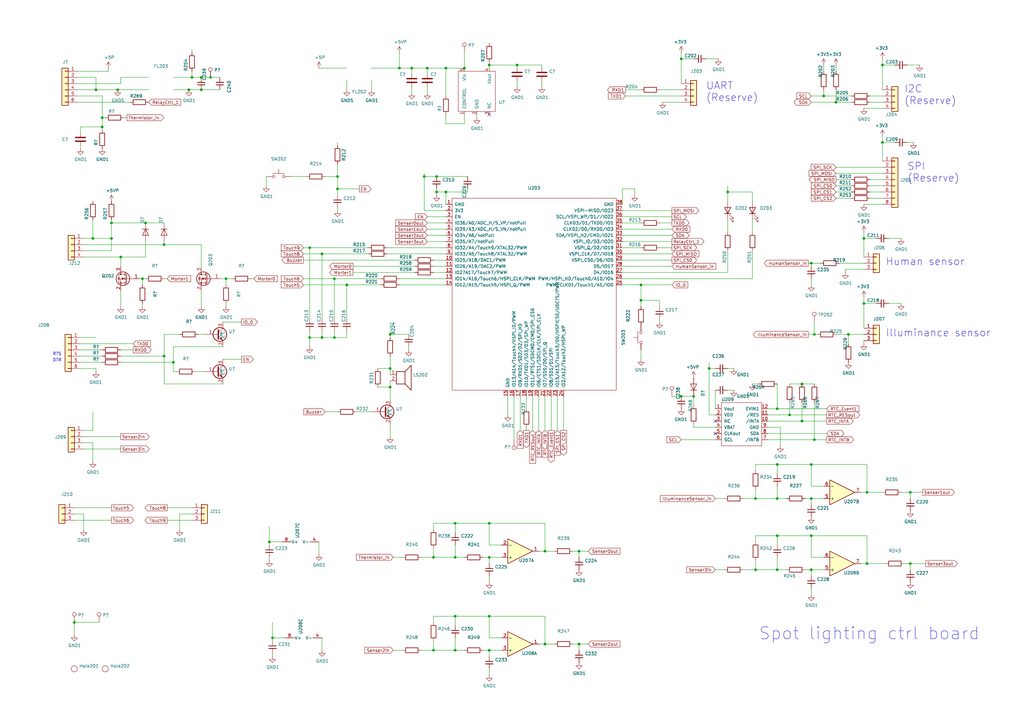
<source format=kicad_sch>
(kicad_sch (version 20211123) (generator eeschema)
  (paper "A3")
  (junction (at 355.6 231.14))
  (junction (at 262.89 116.84))
  (junction (at 332.74 233.68))
  (junction (at 168.91 27.94))
  (junction (at 160.02 137.16))
  (junction (at 39.37 36.83))
  (junction (at 373.38 231.14))
  (junction (at 200.66 214.63))
  (junction (at 355.6 201.93))
  (junction (at 334.01 137.16))
  (junction (at 132.08 104.14))
  (junction (at 179.07 78.74))
  (junction (at 200.66 228.6))
  (junction (at 284.48 162.56))
  (junction (at 318.77 219.71))
  (junction (at 328.93 157.48))
  (junction (at 200.66 266.7))
  (junction (at 177.8 266.7))
  (junction (at 38.1 97.79))
  (junction (at 163.83 27.94))
  (junction (at 318.77 233.68))
  (junction (at 354.33 124.46))
  (junction (at 77.47 36.83))
  (junction (at 67.31 100.33))
  (junction (at 142.24 116.84))
  (junction (at 332.74 190.5))
  (junction (at 318.77 204.47))
  (junction (at 160.02 158.75))
  (junction (at 41.91 52.07))
  (junction (at 318.77 190.5))
  (junction (at 111.76 261.62))
  (junction (at 86.36 31.75))
  (junction (at 237.49 226.06))
  (junction (at 58.42 114.3))
  (junction (at 179.07 72.39))
  (junction (at 337.82 39.37))
  (junction (at 332.74 219.71))
  (junction (at 182.88 27.94))
  (junction (at 318.77 167.64))
  (junction (at 41.91 48.26))
  (junction (at 82.55 36.83))
  (junction (at 290.83 151.13))
  (junction (at 186.69 252.73))
  (junction (at 173.99 72.39))
  (junction (at 323.85 170.18))
  (junction (at 186.69 214.63))
  (junction (at 262.89 123.19))
  (junction (at 175.26 27.94))
  (junction (at 223.52 264.16))
  (junction (at 334.01 180.34))
  (junction (at 127 101.6))
  (junction (at 48.26 36.83))
  (junction (at 182.88 78.74))
  (junction (at 160.02 151.13))
  (junction (at 92.71 114.3))
  (junction (at 354.33 97.79))
  (junction (at 45.72 97.79))
  (junction (at 309.88 233.68))
  (junction (at 49.53 105.41))
  (junction (at 298.45 78.74))
  (junction (at 200.66 26.67))
  (junction (at 212.09 26.67))
  (junction (at 30.48 255.27))
  (junction (at 186.69 228.6))
  (junction (at 347.98 137.16))
  (junction (at 279.4 24.13))
  (junction (at 45.72 91.44))
  (junction (at 67.31 146.05))
  (junction (at 373.38 201.93))
  (junction (at 59.69 91.44))
  (junction (at 137.16 114.3))
  (junction (at 332.74 107.95))
  (junction (at 71.12 148.59))
  (junction (at 132.08 138.43))
  (junction (at 332.74 204.47))
  (junction (at 200.66 252.73))
  (junction (at 78.74 31.75))
  (junction (at 342.9 41.91))
  (junction (at 186.69 266.7))
  (junction (at 309.88 204.47))
  (junction (at 110.49 222.25))
  (junction (at 138.43 77.47))
  (junction (at 223.52 226.06))
  (junction (at 177.8 228.6))
  (junction (at 137.16 138.43))
  (junction (at 237.49 264.16))
  (junction (at 361.95 58.42))
  (junction (at 138.43 72.39))
  (junction (at 82.55 31.75))
  (junction (at 328.93 172.72))
  (junction (at 127 138.43))
  (junction (at 190.5 27.94))
  (junction (at 279.4 162.56))
  (junction (at 361.95 26.67))
  (no_connect (at 293.37 172.72))
  (no_connect (at 200.66 46.99))
  (no_connect (at 293.37 177.8))
  (wire (pts (xy 275.59 104.14) (xy 255.27 104.14)))
  (wire (pts (xy 200.66 27.94) (xy 200.66 26.67)))
  (wire (pts (xy 355.6 231.14) (xy 363.22 231.14)))
  (wire (pts (xy 111.76 261.62) (xy 116.84 261.62)))
  (wire (pts (xy 179.07 80.01) (xy 179.07 78.74)))
  (wire (pts (xy 177.8 109.22) (xy 182.88 109.22)))
  (wire (pts (xy 255.27 77.47) (xy 260.35 77.47)))
  (wire (pts (xy 186.69 261.62) (xy 186.69 266.7)))
  (wire (pts (xy 124.46 114.3) (xy 137.16 114.3)))
  (wire (pts (xy 200.66 26.67) (xy 200.66 25.4)))
  (wire (pts (xy 198.12 228.6) (xy 200.66 228.6)))
  (wire (pts (xy 132.08 135.89) (xy 132.08 138.43)))
  (wire (pts (xy 332.74 207.01) (xy 332.74 204.47)))
  (wire (pts (xy 173.99 72.39) (xy 173.99 86.36)))
  (wire (pts (xy 167.64 137.16) (xy 160.02 137.16)))
  (wire (pts (xy 186.69 228.6) (xy 190.5 228.6)))
  (wire (pts (xy 354.33 97.79) (xy 354.33 105.41)))
  (wire (pts (xy 177.8 217.17) (xy 177.8 214.63)))
  (wire (pts (xy 373.38 231.14) (xy 379.73 231.14)))
  (wire (pts (xy 160.02 132.08) (xy 160.02 137.16)))
  (wire (pts (xy 309.88 233.68) (xy 318.77 233.68)))
  (wire (pts (xy 200.66 266.7) (xy 205.74 266.7)))
  (wire (pts (xy 270.51 125.73) (xy 270.51 123.19)))
  (wire (pts (xy 339.09 177.8) (xy 314.96 177.8)))
  (wire (pts (xy 198.12 266.7) (xy 200.66 266.7)))
  (wire (pts (xy 354.33 83.82) (xy 361.95 83.82)))
  (wire (pts (xy 59.69 114.3) (xy 58.42 114.3)))
  (wire (pts (xy 31.75 36.83) (xy 39.37 36.83)))
  (wire (pts (xy 349.25 39.37) (xy 337.82 39.37)))
  (wire (pts (xy 137.16 130.81) (xy 137.16 114.3)))
  (wire (pts (xy 175.26 99.06) (xy 182.88 99.06)))
  (wire (pts (xy 127 138.43) (xy 132.08 138.43)))
  (wire (pts (xy 167.64 143.51) (xy 167.64 142.24)))
  (wire (pts (xy 45.72 213.36) (xy 30.48 213.36)))
  (wire (pts (xy 337.82 39.37) (xy 332.74 39.37)))
  (wire (pts (xy 58.42 116.84) (xy 58.42 114.3)))
  (wire (pts (xy 142.24 36.83) (xy 142.24 33.02)))
  (wire (pts (xy 99.06 147.32) (xy 91.44 147.32)))
  (wire (pts (xy 314.96 172.72) (xy 328.93 172.72)))
  (wire (pts (xy 49.53 179.07) (xy 34.29 179.07)))
  (wire (pts (xy 262.89 147.32) (xy 262.89 143.51)))
  (wire (pts (xy 127 138.43) (xy 127 142.24)))
  (wire (pts (xy 163.83 116.84) (xy 182.88 116.84)))
  (wire (pts (xy 337.82 199.39) (xy 332.74 199.39)))
  (wire (pts (xy 234.95 264.16) (xy 237.49 264.16)))
  (wire (pts (xy 200.66 269.24) (xy 200.66 266.7)))
  (wire (pts (xy 31.75 41.91) (xy 53.34 41.91)))
  (wire (pts (xy 49.53 125.73) (xy 49.53 119.38)))
  (wire (pts (xy 138.43 77.47) (xy 147.32 77.47)))
  (wire (pts (xy 223.52 226.06) (xy 220.98 226.06)))
  (wire (pts (xy 332.74 190.5) (xy 355.6 190.5)))
  (wire (pts (xy 158.75 104.14) (xy 182.88 104.14)))
  (wire (pts (xy 78.74 31.75) (xy 71.12 31.75)))
  (wire (pts (xy 78.74 213.36) (xy 68.58 213.36)))
  (wire (pts (xy 111.76 255.27) (xy 111.76 261.62)))
  (wire (pts (xy 354.33 124.46) (xy 354.33 134.62)))
  (wire (pts (xy 334.01 180.34) (xy 339.09 180.34)))
  (wire (pts (xy 332.74 204.47) (xy 337.82 204.47)))
  (wire (pts (xy 309.88 193.04) (xy 309.88 190.5)))
  (wire (pts (xy 308.61 157.48) (xy 311.15 157.48)))
  (wire (pts (xy 137.16 138.43) (xy 142.24 138.43)))
  (wire (pts (xy 308.61 78.74) (xy 298.45 78.74)))
  (wire (pts (xy 349.25 76.2) (xy 342.9 76.2)))
  (wire (pts (xy 30.48 210.82) (xy 34.29 210.82)))
  (wire (pts (xy 49.53 143.51) (xy 54.61 143.51)))
  (wire (pts (xy 320.04 175.26) (xy 314.96 175.26)))
  (wire (pts (xy 262.89 36.83) (xy 256.54 36.83)))
  (wire (pts (xy 33.02 54.61) (xy 33.02 52.07)))
  (wire (pts (xy 133.35 72.39) (xy 138.43 72.39)))
  (wire (pts (xy 175.26 30.48) (xy 175.26 27.94)))
  (wire (pts (xy 59.69 99.06) (xy 59.69 105.41)))
  (wire (pts (xy 177.8 224.79) (xy 177.8 228.6)))
  (wire (pts (xy 33.02 151.13) (xy 39.37 151.13)))
  (wire (pts (xy 160.02 179.07) (xy 160.02 173.99)))
  (wire (pts (xy 73.66 210.82) (xy 73.66 217.17)))
  (wire (pts (xy 127 101.6) (xy 124.46 101.6)))
  (wire (pts (xy 373.38 204.47) (xy 373.38 201.93)))
  (wire (pts (xy 124.46 116.84) (xy 142.24 116.84)))
  (wire (pts (xy 109.22 72.39) (xy 109.22 76.2)))
  (wire (pts (xy 175.26 93.98) (xy 182.88 93.98)))
  (wire (pts (xy 175.26 35.56) (xy 175.26 38.1)))
  (wire (pts (xy 175.26 96.52) (xy 182.88 96.52)))
  (wire (pts (xy 262.89 116.84) (xy 275.59 116.84)))
  (wire (pts (xy 293.37 151.13) (xy 290.83 151.13)))
  (wire (pts (xy 200.66 228.6) (xy 205.74 228.6)))
  (wire (pts (xy 190.5 27.94) (xy 182.88 27.94)))
  (wire (pts (xy 45.72 102.87) (xy 45.72 97.79)))
  (wire (pts (xy 347.98 137.16) (xy 354.33 137.16)))
  (wire (pts (xy 190.5 50.8) (xy 190.5 46.99)))
  (wire (pts (xy 342.9 41.91) (xy 332.74 41.91)))
  (wire (pts (xy 82.55 125.73) (xy 82.55 119.38)))
  (wire (pts (xy 142.24 130.81) (xy 142.24 116.84)))
  (wire (pts (xy 309.88 200.66) (xy 309.88 204.47)))
  (wire (pts (xy 200.66 261.62) (xy 200.66 252.73)))
  (wire (pts (xy 300.99 160.02) (xy 298.45 160.02)))
  (wire (pts (xy 161.29 266.7) (xy 165.1 266.7)))
  (wire (pts (xy 45.72 91.44) (xy 45.72 97.79)))
  (wire (pts (xy 354.33 139.7) (xy 354.33 140.97)))
  (wire (pts (xy 38.1 90.17) (xy 38.1 97.79)))
  (wire (pts (xy 297.18 233.68) (xy 293.37 233.68)))
  (wire (pts (xy 284.48 24.13) (xy 279.4 24.13)))
  (wire (pts (xy 334.01 165.1) (xy 334.01 180.34)))
  (wire (pts (xy 95.25 114.3) (xy 92.71 114.3)))
  (wire (pts (xy 361.95 24.13) (xy 361.95 26.67)))
  (wire (pts (xy 154.94 158.75) (xy 160.02 158.75)))
  (wire (pts (xy 77.47 36.83) (xy 71.12 36.83)))
  (wire (pts (xy 314.96 167.64) (xy 318.77 167.64)))
  (wire (pts (xy 58.42 114.3) (xy 57.15 114.3)))
  (wire (pts (xy 237.49 228.6) (xy 237.49 226.06)))
  (wire (pts (xy 205.74 261.62) (xy 200.66 261.62)))
  (wire (pts (xy 132.08 266.7) (xy 132.08 261.62)))
  (wire (pts (xy 332.74 219.71) (xy 355.6 219.71)))
  (wire (pts (xy 165.1 228.6) (xy 161.29 228.6)))
  (wire (pts (xy 223.52 226.06) (xy 227.33 226.06)))
  (wire (pts (xy 31.75 31.75) (xy 39.37 31.75)))
  (wire (pts (xy 138.43 86.36) (xy 138.43 85.09)))
  (wire (pts (xy 237.49 266.7) (xy 237.49 264.16)))
  (wire (pts (xy 220.98 162.56) (xy 220.98 176.53)))
  (wire (pts (xy 270.51 132.08) (xy 270.51 130.81)))
  (wire (pts (xy 34.29 176.53) (xy 38.1 176.53)))
  (wire (pts (xy 354.33 44.45) (xy 361.95 44.45)))
  (wire (pts (xy 294.64 24.13) (xy 289.56 24.13)))
  (wire (pts (xy 39.37 31.75) (xy 39.37 36.83)))
  (wire (pts (xy 213.36 176.53) (xy 213.36 162.56)))
  (wire (pts (xy 200.66 223.52) (xy 200.66 214.63)))
  (wire (pts (xy 186.69 218.44) (xy 186.69 214.63)))
  (wire (pts (xy 82.55 36.83) (xy 90.17 36.83)))
  (wire (pts (xy 318.77 190.5) (xy 332.74 190.5)))
  (wire (pts (xy 163.83 27.94) (xy 152.4 27.94)))
  (wire (pts (xy 67.31 137.16) (xy 73.66 137.16)))
  (wire (pts (xy 39.37 151.13) (xy 39.37 152.4)))
  (wire (pts (xy 33.02 140.97) (xy 54.61 140.97)))
  (wire (pts (xy 177.8 228.6) (xy 186.69 228.6)))
  (wire (pts (xy 298.45 95.25) (xy 298.45 90.17)))
  (wire (pts (xy 369.57 97.79) (xy 364.49 97.79)))
  (wire (pts (xy 323.85 170.18) (xy 339.09 170.18)))
  (wire (pts (xy 342.9 78.74) (xy 349.25 78.74)))
  (wire (pts (xy 270.51 91.44) (xy 275.59 91.44)))
  (wire (pts (xy 284.48 162.56) (xy 284.48 166.37)))
  (wire (pts (xy 374.65 58.42) (xy 372.11 58.42)))
  (wire (pts (xy 309.88 229.87) (xy 309.88 233.68)))
  (wire (pts (xy 31.75 39.37) (xy 41.91 39.37)))
  (wire (pts (xy 177.8 262.89) (xy 177.8 266.7)))
  (wire (pts (xy 304.8 204.47) (xy 309.88 204.47)))
  (wire (pts (xy 318.77 223.52) (xy 318.77 219.71)))
  (wire (pts (xy 82.55 100.33) (xy 82.55 109.22)))
  (wire (pts (xy 160.02 153.67) (xy 160.02 151.13)))
  (wire (pts (xy 226.06 176.53) (xy 226.06 162.56)))
  (wire (pts (xy 160.02 137.16) (xy 160.02 138.43)))
  (wire (pts (xy 346.71 110.49) (xy 346.71 111.76)))
  (wire (pts (xy 332.74 243.84) (xy 332.74 241.3)))
  (wire (pts (xy 191.77 72.39) (xy 179.07 72.39)))
  (wire (pts (xy 111.76 262.89) (xy 111.76 261.62)))
  (wire (pts (xy 172.72 266.7) (xy 177.8 266.7)))
  (wire (pts (xy 215.9 175.26) (xy 215.9 176.53)))
  (wire (pts (xy 223.52 264.16) (xy 227.33 264.16)))
  (wire (pts (xy 361.95 26.67) (xy 361.95 36.83)))
  (wire (pts (xy 349.25 73.66) (xy 342.9 73.66)))
  (wire (pts (xy 41.91 52.07) (xy 41.91 53.34)))
  (wire (pts (xy 83.82 137.16) (xy 81.28 137.16)))
  (wire (pts (xy 71.12 152.4) (xy 72.39 152.4)))
  (wire (pts (xy 177.8 266.7) (xy 186.69 266.7)))
  (wire (pts (xy 337.82 29.21) (xy 337.82 26.67)))
  (wire (pts (xy 39.37 36.83) (xy 48.26 36.83)))
  (wire (pts (xy 314.96 180.34) (xy 334.01 180.34)))
  (wire (pts (xy 110.49 222.25) (xy 115.57 222.25)))
  (wire (pts (xy 332.74 199.39) (xy 332.74 190.5)))
  (wire (pts (xy 124.46 106.68) (xy 170.18 106.68)))
  (wire (pts (xy 182.88 83.82) (xy 182.88 78.74)))
  (wire (pts (xy 354.33 121.92) (xy 354.33 124.46)))
  (wire (pts (xy 41.91 48.26) (xy 43.18 48.26)))
  (wire (pts (xy 59.69 105.41) (xy 49.53 105.41)))
  (wire (pts (xy 275.59 162.56) (xy 279.4 162.56)))
  (wire (pts (xy 284.48 173.99) (xy 284.48 175.26)))
  (wire (pts (xy 304.8 233.68) (xy 309.88 233.68)))
  (wire (pts (xy 222.25 27.94) (xy 222.25 26.67)))
  (wire (pts (xy 223.52 264.16) (xy 220.98 264.16)))
  (wire (pts (xy 279.4 36.83) (xy 270.51 36.83)))
  (wire (pts (xy 293.37 160.02) (xy 293.37 167.64)))
  (wire (pts (xy 163.83 21.59) (xy 163.83 27.94)))
  (wire (pts (xy 293.37 204.47) (xy 297.18 204.47)))
  (wire (pts (xy 92.71 125.73) (xy 92.71 124.46)))
  (wire (pts (xy 182.88 50.8) (xy 190.5 50.8)))
  (wire (pts (xy 168.91 30.48) (xy 168.91 27.94)))
  (wire (pts (xy 30.48 260.35) (xy 30.48 255.27)))
  (wire (pts (xy 354.33 110.49) (xy 346.71 110.49)))
  (wire (pts (xy 262.89 101.6) (xy 255.27 101.6)))
  (wire (pts (xy 309.88 222.25) (xy 309.88 219.71)))
  (wire (pts (xy 45.72 90.17) (xy 45.72 91.44)))
  (wire (pts (xy 68.58 208.28) (xy 78.74 208.28)))
  (wire (pts (xy 168.91 27.94) (xy 175.26 27.94)))
  (wire (pts (xy 173.99 86.36) (xy 182.88 86.36)))
  (wire (pts (xy 355.6 231.14) (xy 353.06 231.14)))
  (wire (pts (xy 179.07 77.47) (xy 179.07 78.74)))
  (wire (pts (xy 186.69 266.7) (xy 190.5 266.7)))
  (wire (pts (xy 119.38 72.39) (xy 125.73 72.39)))
  (wire (pts (xy 208.28 170.18) (xy 208.28 162.56)))
  (wire (pts (xy 83.82 152.4) (xy 80.01 152.4)))
  (wire (pts (xy 308.61 82.55) (xy 308.61 78.74)))
  (wire (pts (xy 133.35 168.91) (xy 138.43 168.91)))
  (wire (pts (xy 34.29 105.41) (xy 49.53 105.41)))
  (wire (pts (xy 223.52 214.63) (xy 223.52 226.06)))
  (wire (pts (xy 275.59 86.36) (xy 255.27 86.36)))
  (wire (pts (xy 191.77 77.47) (xy 191.77 78.74)))
  (wire (pts (xy 30.48 208.28) (xy 45.72 208.28)))
  (wire (pts (xy 154.94 151.13) (xy 160.02 151.13)))
  (wire (pts (xy 373.38 233.68) (xy 373.38 231.14)))
  (wire (pts (xy 255.27 88.9) (xy 275.59 88.9)))
  (wire (pts (xy 342.9 26.67) (xy 342.9 29.21)))
  (wire (pts (xy 361.95 71.12) (xy 342.9 71.12)))
  (wire (pts (xy 67.31 100.33) (xy 82.55 100.33)))
  (wire (pts (xy 111.76 269.24) (xy 111.76 267.97)))
  (wire (pts (xy 255.27 83.82) (xy 255.27 77.47)))
  (wire (pts (xy 369.57 124.46) (xy 364.49 124.46)))
  (wire (pts (xy 132.08 104.14) (xy 151.13 104.14)))
  (wire (pts (xy 91.44 132.08) (xy 99.06 132.08)))
  (wire (pts (xy 318.77 194.31) (xy 318.77 190.5)))
  (wire (pts (xy 328.93 165.1) (xy 328.93 172.72)))
  (wire (pts (xy 67.31 157.48) (xy 67.31 146.05)))
  (wire (pts (xy 48.26 36.83) (xy 60.96 36.83)))
  (wire (pts (xy 373.38 201.93) (xy 378.46 201.93)))
  (wire (pts (xy 237.49 226.06) (xy 241.3 226.06)))
  (wire (pts (xy 284.48 175.26) (xy 293.37 175.26)))
  (wire (pts (xy 102.87 114.3) (xy 104.14 114.3)))
  (wire (pts (xy 331.47 137.16) (xy 334.01 137.16)))
  (wire (pts (xy 33.02 138.43) (xy 39.37 138.43)))
  (wire (pts (xy 130.81 27.94) (xy 142.24 27.94)))
  (wire (pts (xy 160.02 156.21) (xy 160.02 158.75)))
  (wire (pts (xy 260.35 77.47) (xy 260.35 80.01)))
  (wire (pts (xy 110.49 223.52) (xy 110.49 222.25)))
  (wire (pts (xy 318.77 167.64) (xy 339.09 167.64)))
  (wire (pts (xy 323.85 165.1) (xy 323.85 170.18)))
  (wire (pts (xy 195.58 46.99) (xy 195.58 48.26)))
  (wire (pts (xy 137.16 114.3) (xy 156.21 114.3)))
  (wire (pts (xy 173.99 71.12) (xy 173.99 72.39)))
  (wire (pts (xy 175.26 91.44) (xy 182.88 91.44)))
  (wire (pts (xy 361.95 55.88) (xy 361.95 58.42)))
  (wire (pts (xy 186.69 256.54) (xy 186.69 252.73)))
  (wire (pts (xy 279.4 24.13) (xy 279.4 34.29)))
  (wire (pts (xy 40.64 255.27) (xy 30.48 255.27)))
  (wire (pts (xy 137.16 135.89) (xy 137.16 138.43)))
  (wire (pts (xy 334.01 157.48) (xy 328.93 157.48)))
  (wire (pts (xy 332.74 107.95) (xy 331.47 107.95)))
  (wire (pts (xy 190.5 21.59) (xy 190.5 27.94)))
  (wire (pts (xy 355.6 219.71) (xy 355.6 231.14)))
  (wire (pts (xy 293.37 180.34) (xy 279.4 180.34)))
  (wire (pts (xy 182.88 78.74) (xy 179.07 78.74)))
  (wire (pts (xy 77.47 36.83) (xy 82.55 36.83)))
  (wire (pts (xy 49.53 148.59) (xy 71.12 148.59)))
  (wire (pts (xy 177.8 106.68) (xy 182.88 106.68)))
  (wire (pts (xy 336.55 107.95) (xy 332.74 107.95)))
  (wire (pts (xy 218.44 162.56) (xy 218.44 176.53)))
  (wire (pts (xy 86.36 31.75) (xy 82.55 31.75)))
  (wire (pts (xy 290.83 148.59) (xy 290.83 151.13)))
  (wire (pts (xy 359.41 97.79) (xy 354.33 97.79)))
  (wire (pts (xy 31.75 34.29) (xy 49.53 34.29)))
  (wire (pts (xy 212.09 26.67) (xy 222.25 26.67)))
  (wire (pts (xy 361.95 78.74) (xy 356.87 78.74)))
  (wire (pts (xy 332.74 236.22) (xy 332.74 233.68)))
  (wire (pts (xy 377.19 26.67) (xy 372.11 26.67)))
  (wire (pts (xy 212.09 35.56) (xy 212.09 33.02)))
  (wire (pts (xy 355.6 201.93) (xy 353.06 201.93)))
  (wire (pts (xy 318.77 204.47) (xy 322.58 204.47)))
  (wire (pts (xy 41.91 39.37) (xy 41.91 48.26)))
  (wire (pts (xy 298.45 76.2) (xy 298.45 78.74)))
  (wire (pts (xy 38.1 181.61) (xy 38.1 189.23)))
  (wire (pts (xy 127 130.81) (xy 127 101.6)))
  (wire (pts (xy 262.89 123.19) (xy 262.89 125.73)))
  (wire (pts (xy 34.29 184.15) (xy 49.53 184.15)))
  (wire (pts (xy 262.89 116.84) (xy 262.89 123.19)))
  (wire (pts (xy 323.85 170.18) (xy 314.96 170.18)))
  (wire (pts (xy 354.33 107.95) (xy 344.17 107.95)))
  (wire (pts (xy 49.53 31.75) (xy 49.53 34.29)))
  (wire (pts (xy 160.02 151.13) (xy 160.02 146.05)))
  (wire (pts (xy 320.04 175.26) (xy 320.04 182.88)))
  (wire (pts (xy 298.45 102.87) (xy 298.45 111.76)))
  (wire (pts (xy 144.78 111.76) (xy 170.18 111.76)))
  (wire (pts (xy 92.71 116.84) (xy 92.71 114.3)))
  (wire (pts (xy 334.01 137.16) (xy 335.28 137.16)))
  (wire (pts (xy 275.59 96.52) (xy 255.27 96.52)))
  (wire (pts (xy 342.9 81.28) (xy 349.25 81.28)))
  (wire (pts (xy 182.88 101.6) (xy 158.75 101.6)))
  (wire (pts (xy 318.77 228.6) (xy 318.77 233.68)))
  (wire (pts (xy 49.53 105.41) (xy 49.53 109.22)))
  (wire (pts (xy 308.61 95.25) (xy 308.61 90.17)))
  (wire (pts (xy 332.74 109.22) (xy 332.74 107.95)))
  (wire (pts (xy 275.59 101.6) (xy 270.51 101.6)))
  (wire (pts (xy 200.66 214.63) (xy 223.52 214.63)))
  (wire (pts (xy 328.93 157.48) (xy 323.85 157.48)))
  (wire (pts (xy 234.95 226.06) (xy 237.49 226.06)))
  (wire (pts (xy 138.43 72.39) (xy 138.43 77.47)))
  (wire (pts (xy 318.77 219.71) (xy 332.74 219.71)))
  (wire (pts (xy 177.8 255.27) (xy 177.8 252.73)))
  (wire (pts (xy 328.93 172.72) (xy 339.09 172.72)))
  (wire (pts (xy 361.95 81.28) (xy 356.87 81.28)))
  (wire (pts (xy 138.43 58.42) (xy 138.43 59.69)))
  (wire (pts (xy 132.08 138.43) (xy 137.16 138.43)))
  (wire (pts (xy 330.2 204.47) (xy 332.74 204.47)))
  (wire (pts (xy 110.49 215.9) (xy 110.49 222.25)))
  (wire (pts (xy 200.66 276.86) (xy 200.66 274.32)))
  (wire (pts (xy 31.75 29.21) (xy 44.45 29.21)))
  (wire (pts (xy 33.02 148.59) (xy 41.91 148.59)))
  (wire (pts (xy 337.82 36.83) (xy 337.82 39.37)))
  (wire (pts (xy 163.83 114.3) (xy 182.88 114.3)))
  (wire (pts (xy 34.29 181.61) (xy 38.1 181.61)))
  (wire (pts (xy 33.02 60.96) (xy 33.02 59.69)))
  (wire (pts (xy 342.9 68.58) (xy 361.95 68.58)))
  (wire (pts (xy 298.45 78.74) (xy 298.45 82.55)))
  (wire (pts (xy 34.29 102.87) (xy 45.72 102.87)))
  (wire (pts (xy 279.4 39.37) (xy 256.54 39.37)))
  (wire (pts (xy 361.95 41.91) (xy 356.87 41.91)))
  (wire (pts (xy 110.49 229.87) (xy 110.49 228.6)))
  (wire (pts (xy 332.74 116.84) (xy 332.74 114.3)))
  (wire (pts (xy 67.31 146.05) (xy 67.31 137.16)))
  (wire (pts (xy 255.27 114.3) (xy 308.61 114.3)))
  (wire (pts (xy 186.69 223.52) (xy 186.69 228.6)))
  (wire (pts (xy 332.74 228.6) (xy 332.74 219.71)))
  (wire (pts (xy 177.8 214.63) (xy 186.69 214.63)))
  (wire (pts (xy 290.83 170.18) (xy 293.37 170.18)))
  (wire (pts (xy 132.08 104.14) (xy 124.46 104.14)))
  (wire (pts (xy 71.12 142.24) (xy 71.12 148.59)))
  (wire (pts (xy 200.66 231.14) (xy 200.66 228.6)))
  (wire (pts (xy 67.31 99.06) (xy 67.31 100.33)))
  (wire (pts (xy 361.95 39.37) (xy 356.87 39.37)))
  (wire (pts (xy 334.01 132.08) (xy 334.01 137.16)))
  (wire (pts (xy 318.77 157.48) (xy 318.77 167.64)))
  (wire (pts (xy 38.1 97.79) (xy 45.72 97.79)))
  (wire (pts (xy 78.74 210.82) (xy 73.66 210.82)))
  (wire (pts (xy 330.2 233.68) (xy 332.74 233.68)))
  (wire (pts (xy 92.71 114.3) (xy 90.17 114.3)))
  (wire (pts (xy 361.95 76.2) (xy 356.87 76.2)))
  (wire (pts (xy 255.27 93.98) (xy 275.59 93.98)))
  (wire (pts (xy 223.52 252.73) (xy 223.52 264.16)))
  (wire (pts (xy 369.57 201.93) (xy 373.38 201.93)))
  (wire (pts (xy 359.41 124.46) (xy 354.33 124.46)))
  (wire (pts (xy 34.29 210.82) (xy 34.29 217.17)))
  (wire (pts (xy 191.77 78.74) (xy 182.88 78.74)))
  (wire (pts (xy 318.77 233.68) (xy 322.58 233.68)))
  (wire (pts (xy 91.44 157.48) (xy 67.31 157.48)))
  (wire (pts (xy 142.24 116.84) (xy 156.21 116.84)))
  (wire (pts (xy 33.02 146.05) (xy 41.91 146.05)))
  (wire (pts (xy 275.59 99.06) (xy 255.27 99.06)))
  (wire (pts (xy 279.4 162.56) (xy 284.48 162.56)))
  (wire (pts (xy 49.53 31.75) (xy 60.96 31.75)))
  (wire (pts (xy 34.29 100.33) (xy 67.31 100.33)))
  (wire (pts (xy 151.13 101.6) (xy 127 101.6)))
  (wire (pts (xy 271.78 41.91) (xy 279.4 41.91)))
  (wire (pts (xy 138.43 67.31) (xy 138.43 72.39)))
  (wire (pts (xy 144.78 109.22) (xy 170.18 109.22)))
  (wire (pts (xy 172.72 228.6) (xy 177.8 228.6)))
  (wire (pts (xy 367.03 26.67) (xy 361.95 26.67)))
  (wire (pts (xy 182.88 39.37) (xy 182.88 27.94)))
  (wire (pts (xy 177.8 252.73) (xy 186.69 252.73)))
  (wire (pts (xy 49.53 146.05) (xy 67.31 146.05)))
  (wire (pts (xy 347.98 140.97) (xy 347.98 137.16)))
  (wire (pts (xy 275.59 109.22) (xy 255.27 109.22)))
  (wire (pts (xy 175.26 88.9) (xy 182.88 88.9)))
  (wire (pts (xy 90.17 31.75) (xy 86.36 31.75)))
  (wire (pts (xy 318.77 199.39) (xy 318.77 204.47)))
  (wire (pts (xy 231.14 162.56) (xy 231.14 176.53)))
  (wire (pts (xy 91.44 142.24) (xy 71.12 142.24)))
  (wire (pts (xy 68.58 114.3) (xy 67.31 114.3)))
  (wire (pts (xy 212.09 27.94) (xy 212.09 26.67)))
  (wire (pts (xy 142.24 138.43) (xy 142.24 135.89)))
  (wire (pts (xy 361.95 58.42) (xy 361.95 66.04)))
  (wire (pts (xy 290.83 151.13) (xy 290.83 170.18)))
  (wire (pts (xy 200.66 26.67) (xy 212.09 26.67)))
  (wire (pts (xy 349.25 41.91) (xy 342.9 41.91)))
  (wire (pts (xy 255.27 116.84) (xy 262.89 116.84)))
  (wire (pts (xy 146.05 168.91) (xy 152.4 168.91)))
  (wire (pts (xy 186.69 214.63) (xy 200.66 214.63)))
  (wire (pts (xy 152.4 36.83) (xy 152.4 33.02)))
  (wire (pts (xy 361.95 73.66) (xy 356.87 73.66)))
  (wire (pts (xy 78.74 21.59) (xy 78.74 20.32)))
  (wire (pts (xy 370.84 231.14) (xy 373.38 231.14)))
  (wire (pts (xy 186.69 252.73) (xy 200.66 252.73)))
  (wire (pts (xy 354.33 95.25) (xy 354.33 97.79)))
  (wire (pts (xy 332.74 233.68) (xy 337.82 233.68)))
  (wire (pts (xy 38.1 176.53) (xy 38.1 168.91)))
  (wire (pts (xy 44.45 27.94) (xy 44.45 29.21)))
  (wire (pts (xy 58.42 125.73) (xy 58.42 124.46)))
  (wire (pts (xy 298.45 111.76) (xy 255.27 111.76)))
  (wire (pts (xy 38.1 97.79) (xy 34.29 97.79)))
  (wire (pts (xy 160.02 158.75) (xy 160.02 163.83)))
  (wire (pts (xy 205.74 223.52) (xy 200.66 223.52)))
  (wire (pts (xy 309.88 219.71) (xy 318.77 219.71)))
  (wire (pts (xy 175.26 27.94) (xy 182.88 27.94)))
  (wire (pts (xy 82.55 31.75) (xy 78.74 31.75)))
  (wire (pts (xy 342.9 36.83) (xy 342.9 41.91)))
  (wire (pts (xy 138.43 77.47) (xy 138.43 80.01)))
  (wire (pts (xy 33.02 143.51) (xy 41.91 143.51)))
  (wire (pts (xy 342.9 137.16) (xy 347.98 137.16)))
  (wire (pts (xy 355.6 190.5) (xy 355.6 201.93)))
  (wire (pts (xy 71.12 148.59) (xy 71.12 152.4)))
  (wire (pts (xy 59.69 91.44) (xy 45.72 91.44)))
  (wire (pts (xy 270.51 123.19) (xy 262.89 123.19)))
  (wire (pts (xy 228.6 176.53) (xy 228.6 162.56)))
  (wire (pts (xy 50.8 48.26) (xy 52.07 48.26)))
  (wire (pts (xy 255.27 91.44) (xy 262.89 91.44)))
  (wire (pts (xy 279.4 21.59) (xy 279.4 24.13)))
  (wire (pts (xy 237.49 264.16) (xy 241.3 264.16)))
  (wire (pts (xy 222.25 35.56) (xy 222.25 33.02)))
  (wire (pts (xy 33.02 52.07) (xy 41.91 52.07)))
  (wire (pts (xy 215.9 162.56) (xy 215.9 167.64)))
  (wire (pts (xy 41.91 48.26) (xy 41.91 52.07)))
  (wire (pts (xy 168.91 27.94) (xy 163.83 27.94)))
  (wire (pts (xy 200.66 252.73) (xy 223.52 252.73)))
  (wire (pts (xy 168.91 38.1) (xy 168.91 35.56)))
  (wire (pts (xy 67.31 91.44) (xy 59.69 91.44)))
  (wire (pts (xy 78.74 29.21) (xy 78.74 31.75)))
  (wire (pts (xy 130.81 227.33) (xy 130.81 222.25)))
  (wire (pts (xy 308.61 114.3) (xy 308.61 102.87)))
  (wire (pts (xy 200.66 238.76) (xy 200.66 236.22)))
  (wire (pts (xy 300.99 151.13) (xy 298.45 151.13)))
  (wire (pts (xy 223.52 176.53) (xy 223.52 162.56)))
  (wire (pts (xy 309.88 190.5) (xy 318.77 190.5)))
  (wire (pts (xy 210.82 180.34) (xy 210.82 162.56)))
  (wire (pts (xy 179.07 72.39) (xy 173.99 72.39)))
  (wire (pts (xy 355.6 201.93) (xy 361.95 201.93)))
  (wire (pts (xy 309.88 204.47) (xy 318.77 204.47)))
  (wire (pts (xy 367.03 58.42) (xy 361.95 58.42)))
  (wire (pts (xy 127 135.89) (xy 127 138.43)))
  (wire (pts (xy 132.08 130.81) (xy 132.08 104.14)))
  (wire (pts (xy 177.8 111.76) (xy 182.88 111.76)))
  (wire (pts (xy 275.59 106.68) (xy 255.27 106.68)))
  (wire (pts (xy 182.88 46.99) (xy 182.88 50.8)))
  (wire (pts (xy 337.82 228.6) (xy 332.74 228.6)))
  (text "DTR" (at 21.59 148.59 0) (effects (font (size 1.27 1.27)) (justify left bottom)))
  (text "SPI\n(Reserve)" (at 372.11 74.93 0) (effects (font (size 2.9972 2.9972)) (justify left bottom)))
  (text "UART\n(Reserve)" (at 289.56 41.91 0) (effects (font (size 2.9972 2.9972)) (justify left bottom)))
  (text "RTS" (at 21.59 146.05 0) (effects (font (size 1.27 1.27)) (justify left bottom)))
  (text "I2C\n(Reserve)" (at 370.84 43.18 0) (effects (font (size 2.9972 2.9972)) (justify left bottom)))
  (text "Spot lighting ctrl board" (at 311.15 262.89 0) (effects (font (size 5.0038 5.0038)) (justify left bottom)))
  (text "Illuminance sensor" (at 363.22 138.43 0) (effects (font (size 2.9972 2.9972)) (justify left bottom)))
  (text "Human sensor" (at 363.22 109.22 0) (effects (font (size 2.9972 2.9972)) (justify left bottom)))
  (global_label "RelayCtrl_1" (shape input) (at 60.96 41.91 0) (property "Intersheet References" "${INTERSHEET_REFS}" (effects hide)))
  (global_label "SDA" (shape bidirectional) (at 332.74 41.91 180) (property "Intersheet References" "${INTERSHEET_REFS}" (effects hide)))
  (global_label "Senser0out" (shape input) (at 175.26 91.44 180) (property "Intersheet References" "${INTERSHEET_REFS}" (effects hide)))
  (global_label "SPI_MOSI" (shape output) (at 275.59 86.36 0) (property "Intersheet References" "${INTERSHEET_REFS}" (effects hide)))
  (global_label "RXD1" (shape output) (at 256.54 36.83 180) (property "Intersheet References" "${INTERSHEET_REFS}" (effects hide)))
  (global_label "HumanSensor_in" (shape input) (at 275.59 109.22 0) (property "Intersheet References" "${INTERSHEET_REFS}" (effects hide)))
  (global_label "RTC_INTB" (shape output) (at 339.09 180.34 0) (property "Intersheet References" "${INTERSHEET_REFS}" (effects hide)))
  (global_label "SPI_CS0" (shape input) (at 342.9 76.2 180) (property "Intersheet References" "${INTERSHEET_REFS}" (effects hide)))
  (global_label "SPI_MISO" (shape output) (at 342.9 73.66 180) (property "Intersheet References" "${INTERSHEET_REFS}" (effects hide)))
  (global_label "EN" (shape output) (at 99.06 147.32 0) (property "Intersheet References" "${INTERSHEET_REFS}" (effects hide)))
  (global_label "SCL" (shape input) (at 332.74 39.37 180) (property "Intersheet References" "${INTERSHEET_REFS}" (effects hide)))
  (global_label "RTC_INTB" (shape input) (at 223.52 176.53 270) (property "Intersheet References" "${INTERSHEET_REFS}" (effects hide)))
  (global_label "Senser3in" (shape input) (at 293.37 233.68 180) (property "Intersheet References" "${INTERSHEET_REFS}" (effects hide)))
  (global_label "TXD0" (shape output) (at 275.59 91.44 0) (property "Intersheet References" "${INTERSHEET_REFS}" (effects hide)))
  (global_label "SCL" (shape output) (at 275.59 88.9 0) (property "Intersheet References" "${INTERSHEET_REFS}" (effects hide)))
  (global_label "SCL" (shape input) (at 279.4 180.34 180) (property "Intersheet References" "${INTERSHEET_REFS}" (effects hide)))
  (global_label "Touch8" (shape input) (at 124.46 104.14 180) (property "Intersheet References" "${INTERSHEET_REFS}" (effects hide)))
  (global_label "Buzzer" (shape output) (at 124.46 106.68 180) (property "Intersheet References" "${INTERSHEET_REFS}" (effects hide)))
  (global_label "SPI_SCK" (shape input) (at 342.9 68.58 180) (property "Intersheet References" "${INTERSHEET_REFS}" (effects hide)))
  (global_label "EN" (shape output) (at 147.32 77.47 0) (property "Intersheet References" "${INTERSHEET_REFS}" (effects hide)))
  (global_label "Touch9" (shape output) (at 68.58 213.36 180) (property "Intersheet References" "${INTERSHEET_REFS}" (effects hide)))
  (global_label "SPI_SCK" (shape output) (at 275.59 101.6 0) (property "Intersheet References" "${INTERSHEET_REFS}" (effects hide)))
  (global_label "Thermistor_in" (shape output) (at 52.07 48.26 0) (property "Intersheet References" "${INTERSHEET_REFS}" (effects hide)))
  (global_label "Morter1" (shape input) (at 68.58 114.3 0) (property "Intersheet References" "${INTERSHEET_REFS}" (effects hide)))
  (global_label "Morter0" (shape output) (at 144.78 109.22 180) (property "Intersheet References" "${INTERSHEET_REFS}" (effects hide)))
  (global_label "SPI_MOSI" (shape input) (at 342.9 71.12 180) (property "Intersheet References" "${INTERSHEET_REFS}" (effects hide)))
  (global_label "Senser2in" (shape output) (at 49.53 179.07 0) (property "Intersheet References" "${INTERSHEET_REFS}" (effects hide)))
  (global_label "Senser3out" (shape output) (at 379.73 231.14 0) (property "Intersheet References" "${INTERSHEET_REFS}" (effects hide)))
  (global_label "SPI_CS2" (shape output) (at 231.14 176.53 270) (property "Intersheet References" "${INTERSHEET_REFS}" (effects hide)))
  (global_label "RTC_RESout" (shape output) (at 339.09 170.18 0) (property "Intersheet References" "${INTERSHEET_REFS}" (effects hide)))
  (global_label "RTC_INTA" (shape output) (at 339.09 172.72 0) (property "Intersheet References" "${INTERSHEET_REFS}" (effects hide)))
  (global_label "SPI_CS0" (shape output) (at 275.59 106.68 0) (property "Intersheet References" "${INTERSHEET_REFS}" (effects hide)))
  (global_label "Touch6" (shape output) (at 45.72 213.36 0) (property "Intersheet References" "${INTERSHEET_REFS}" (effects hide)))
  (global_label "Touch8" (shape output) (at 68.58 208.28 180) (property "Intersheet References" "${INTERSHEET_REFS}" (effects hide)))
  (global_label "Touch6" (shape input) (at 124.46 114.3 180) (property "Intersheet References" "${INTERSHEET_REFS}" (effects hide)))
  (global_label "SDA" (shape bidirectional) (at 339.09 177.8 0) (property "Intersheet References" "${INTERSHEET_REFS}" (effects hide)))
  (global_label "SPI_CS1" (shape input) (at 342.9 78.74 180) (property "Intersheet References" "${INTERSHEET_REFS}" (effects hide)))
  (global_label "Senser2in" (shape input) (at 161.29 266.7 180) (property "Intersheet References" "${INTERSHEET_REFS}" (effects hide)))
  (global_label "SDA" (shape bidirectional) (at 275.59 96.52 0) (property "Intersheet References" "${INTERSHEET_REFS}" (effects hide)))
  (global_label "SPI_CS2" (shape input) (at 342.9 81.28 180) (property "Intersheet References" "${INTERSHEET_REFS}" (effects hide)))
  (global_label "SPI_MISO" (shape input) (at 275.59 104.14 0) (property "Intersheet References" "${INTERSHEET_REFS}" (effects hide)))
  (global_label "HumanSensor_in" (shape output) (at 331.47 107.95 180) (property "Intersheet References" "${INTERSHEET_REFS}" (effects hide)))
  (global_label "Senser3out" (shape input) (at 175.26 99.06 180) (property "Intersheet References" "${INTERSHEET_REFS}" (effects hide)))
  (global_label "Thermistor_in" (shape input) (at 161.29 228.6 180) (property "Intersheet References" "${INTERSHEET_REFS}" (effects hide)))
  (global_label "Morter0" (shape input) (at 104.14 114.3 0) (property "Intersheet References" "${INTERSHEET_REFS}" (effects hide)))
  (global_label "TXD0" (shape input) (at 54.61 140.97 0) (property "Intersheet References" "${INTERSHEET_REFS}" (effects hide)))
  (global_label "Senser1out" (shape output) (at 378.46 201.93 0) (property "Intersheet References" "${INTERSHEET_REFS}" (effects hide)))
  (global_label "RTC_Event1" (shape output) (at 226.06 176.53 270) (property "Intersheet References" "${INTERSHEET_REFS}" (effects hide)))
  (global_label "Senser1out" (shape input) (at 175.26 93.98 180) (property "Intersheet References" "${INTERSHEET_REFS}" (effects hide)))
  (global_label "TXD1" (shape input) (at 256.54 39.37 180) (property "Intersheet References" "${INTERSHEET_REFS}" (effects hide)))
  (global_label "Touch9" (shape input) (at 124.46 101.6 180) (property "Intersheet References" "${INTERSHEET_REFS}" (effects hide)))
  (global_label "IO_0" (shape output) (at 99.06 132.08 0) (property "Intersheet References" "${INTERSHEET_REFS}" (effects hide)))
  (global_label "IO_0" (shape input) (at 275.59 116.84 0) (property "Intersheet References" "${INTERSHEET_REFS}" (effects hide)))
  (global_label "Touch5" (shape output) (at 45.72 208.28 0) (property "Intersheet References" "${INTERSHEET_REFS}" (effects hide)))
  (global_label "TXD1" (shape output) (at 215.9 176.53 270) (property "Intersheet References" "${INTERSHEET_REFS}" (effects hide)))
  (global_label "Senser2out" (shape input) (at 175.26 96.52 180) (property "Intersheet References" "${INTERSHEET_REFS}" (effects hide)))
  (global_label "RXD1" (shape input) (at 213.36 176.53 270) (property "Intersheet References" "${INTERSHEET_REFS}" (effects hide)))
  (global_label "Buzzer" (shape input) (at 133.35 168.91 180) (property "Intersheet References" "${INTERSHEET_REFS}" (effects hide)))
  (global_label "RXD0" (shape output) (at 54.61 143.51 0) (property "Intersheet References" "${INTERSHEET_REFS}" (effects hide)))
  (global_label "RelayCtrl_1" (shape output) (at 275.59 99.06 0) (property "Intersheet References" "${INTERSHEET_REFS}" (effects hide)))
  (global_label "SPI_CS1" (shape input) (at 228.6 176.53 270) (property "Intersheet References" "${INTERSHEET_REFS}" (effects hide)))
  (global_label "Senser3in" (shape output) (at 49.53 184.15 0) (property "Intersheet References" "${INTERSHEET_REFS}" (effects hide)))
  (global_label "RTC_INTA" (shape input) (at 220.98 176.53 270) (property "Intersheet References" "${INTERSHEET_REFS}" (effects hide)))
  (global_label "EN" (shape input) (at 175.26 88.9 180) (property "Intersheet References" "${INTERSHEET_REFS}" (effects hide)))
  (global_label "RTC_RESout" (shape input) (at 218.44 176.53 270) (property "Intersheet References" "${INTERSHEET_REFS}" (effects hide)))
  (global_label "RXD0" (shape input) (at 275.59 93.98 0) (property "Intersheet References" "${INTERSHEET_REFS}" (effects hide)))
  (global_label "Touch5" (shape input) (at 124.46 116.84 180) (property "Intersheet References" "${INTERSHEET_REFS}" (effects hide)))
  (global_label "Morter1" (shape output) (at 144.78 111.76 180) (property "Intersheet References" "${INTERSHEET_REFS}" (effects hide)))
  (global_label "IlluminanceSensor_in" (shape output) (at 331.47 137.16 180) (property "Intersheet References" "${INTERSHEET_REFS}" (effects hide)))
  (global_label "Senser2out" (shape input) (at 241.3 264.16 0) (property "Intersheet References" "${INTERSHEET_REFS}" (effects hide)))
  (global_label "Senser0out" (shape input) (at 241.3 226.06 0) (property "Intersheet References" "${INTERSHEET_REFS}" (effects hide)))
  (global_label "RTC_Event1" (shape input) (at 339.09 167.64 0) (property "Intersheet References" "${INTERSHEET_REFS}" (effects hide)))
  (global_label "IlluminanceSensor_in" (shape input) (at 293.37 204.47 180) (property "Intersheet References" "${INTERSHEET_REFS}" (effects hide)))
  (symbol (lib_id "Device:R") (at 138.43 63.5 180) (unit 1)
    (property "Reference" "R212" (at 140.97 63.5 90))
  )
  (symbol (lib_id "Device:C_Small") (at 138.43 82.55 0) (unit 1)
    (property "Reference" "C212" (at 140.7668 81.3816 0) (effects (justify left)))
  )
  (symbol (lib_id "power:GND1") (at 138.43 86.36 0) (unit 1)
    (property "Reference" "#PWR0235" (effects hide))
  )
  (symbol (lib_id "spot-rescue:+3.3V-power") (at 138.43 58.42 0) (unit 1)
    (property "Reference" "#PWR0230" (effects hide))
  )
  (symbol (lib_id "spot-rescue:+3.3V-power") (at 173.99 71.12 0) (unit 1)
    (property "Reference" "#PWR0227" (effects hide))
  )
  (symbol (lib_id "power:GND1") (at 179.07 80.01 0) (unit 1)
    (property "Reference" "#PWR0229" (effects hide))
  )
  (symbol (lib_id "Device:C_Small") (at 179.07 74.93 0) (unit 1)
    (property "Reference" "C210" (at 181.4068 73.7616 0) (effects (justify left)))
  )
  (symbol (lib_id "Switch:SW_Push") (at 114.3 72.39 0) (unit 1)
    (property "Reference" "SW202" (at 114.3 65.151 0))
  )
  (symbol (lib_id "Device:R") (at 129.54 72.39 90) (unit 1)
    (property "Reference" "R214" (at 129.54 67.1322 90))
  )
  (symbol (lib_id "Switch:SW_Push") (at 262.89 138.43 90) (unit 1)
    (property "Reference" "SW203" (at 255.651 138.43 0))
  )
  (symbol (lib_id "power:GND1") (at 109.22 76.2 0) (unit 1)
    (property "Reference" "#PWR0233" (effects hide))
  )
  (symbol (lib_id "Device:R") (at 262.89 129.54 180) (unit 1)
    (property "Reference" "R222" (at 257.6322 129.54 90))
  )
  (symbol (lib_id "Amplifier_Operational:MCP6002-xSN") (at 213.36 226.06 0) (mirror x) (unit 1)
    (property "Reference" "U207" (at 215.9 229.87 0))
    (property "Datasheet" "http://ww1.microchip.com/downloads/en/DeviceDoc/21733j.pdf" (effects hide))
  )
  (symbol (lib_id "Amplifier_Operational:MCP6002-xSN") (at 345.44 201.93 0) (mirror x) (unit 2)
    (property "Reference" "U207" (at 349.25 205.74 0))
    (property "Datasheet" "http://ww1.microchip.com/downloads/en/DeviceDoc/21733j.pdf" (effects hide))
  )
  (symbol (lib_id "Amplifier_Operational:MCP6002-xSN") (at 123.19 219.71 90) (unit 3)
    (property "Reference" "U207" (at 122.0216 220.7768 0) (effects (justify left)))
    (property "Datasheet" "http://ww1.microchip.com/downloads/en/DeviceDoc/21733j.pdf" (effects hide))
  )
  (symbol (lib_id "spot-rescue:ESP32-WROOM-32-spot-spot-rescue") (at 204.47 110.49 0) (unit 1)
    (property "Reference" "U203" (at 219.075 77.089 0))
  )
  (symbol (lib_id "spot-rescue:+3.3V-power") (at 39.37 138.43 0) (mirror y) (unit 1)
    (property "Reference" "#PWR0241" (effects hide))
  )
  (symbol (lib_id "power:GND1") (at 39.37 152.4 0) (mirror y) (unit 1)
    (property "Reference" "#PWR0244" (effects hide))
  )
  (symbol (lib_id "Device:R") (at 194.31 228.6 90) (unit 1)
    (property "Reference" "R241" (at 194.31 223.3422 90))
  )
  (symbol (lib_id "Device:R") (at 168.91 228.6 90) (unit 1)
    (property "Reference" "R240" (at 168.91 223.3422 90))
  )
  (symbol (lib_id "Device:C_Small") (at 186.69 220.98 0) (unit 1)
    (property "Reference" "C222" (at 189.0268 219.8116 0) (effects (justify left)))
  )
  (symbol (lib_id "Device:C_Small") (at 200.66 233.68 0) (unit 1)
    (property "Reference" "C225" (at 202.9968 232.5116 0) (effects (justify left)))
  )
  (symbol (lib_id "power:GND1") (at 200.66 238.76 0) (unit 1)
    (property "Reference" "#PWR0258" (effects hide))
  )
  (symbol (lib_id "spot-rescue:2SC2712-Y-spot-spot-rescue") (at 91.44 139.7 0) (unit 1)
    (property "Reference" "U?" (at 93.7768 135.9916 0) (effects (justify left)))
  )
  (symbol (lib_id "Device:R") (at 177.8 220.98 0) (unit 1)
    (property "Reference" "R238" (at 179.578 219.8116 0) (effects (justify left)))
  )
  (symbol (lib_id "spot-rescue:2SC2712-Y-spot-spot-rescue") (at 91.44 154.94 0) (unit 1)
    (property "Reference" "U?" (at 93.7768 151.2316 0) (effects (justify left)))
  )
  (symbol (lib_id "Device:R") (at 76.2 152.4 270) (mirror x) (unit 1)
    (property "Reference" "R?" (at 76.2 147.1422 90))
  )
  (symbol (lib_id "Device:R") (at 77.47 137.16 270) (mirror x) (unit 1)
    (property "Reference" "R?" (at 77.47 131.9022 90))
  )
  (symbol (lib_id "Device:R") (at 326.39 204.47 90) (unit 1)
    (property "Reference" "R237" (at 326.39 199.2122 90))
  )
  (symbol (lib_id "Device:R") (at 300.99 204.47 90) (unit 1)
    (property "Reference" "R236" (at 300.99 199.2122 90))
  )
  (symbol (lib_id "Device:C_Small") (at 318.77 196.85 0) (unit 1)
    (property "Reference" "C219" (at 321.1068 195.6816 0) (effects (justify left)))
  )
  (symbol (lib_id "Device:C_Small") (at 332.74 209.55 0) (unit 1)
    (property "Reference" "C221" (at 335.0768 208.3816 0) (effects (justify left)))
  )
  (symbol (lib_id "power:GND1") (at 332.74 212.09 0) (unit 1)
    (property "Reference" "#PWR0252" (effects hide))
  )
  (symbol (lib_id "Device:R") (at 309.88 196.85 0) (unit 1)
    (property "Reference" "R234" (at 311.658 195.6816 0) (effects (justify left)))
  )
  (symbol (lib_id "spot-rescue:+3.3V-power") (at 110.49 215.9 0) (unit 1)
    (property "Reference" "#PWR0251" (effects hide))
  )
  (symbol (lib_id "power:GND1") (at 110.49 229.87 0) (unit 1)
    (property "Reference" "#PWR0256" (effects hide))
  )
  (symbol (lib_id "power:GND1") (at 130.81 227.33 0) (unit 1)
    (property "Reference" "#PWR0253" (effects hide))
  )
  (symbol (lib_id "Device:C_Small") (at 110.49 226.06 0) (unit 1)
    (property "Reference" "C223" (at 112.8268 224.8916 0) (effects (justify left)))
  )
  (symbol (lib_id "Device:C_Small") (at 111.76 265.43 0) (unit 1)
    (property "Reference" "C231" (at 114.0968 264.2616 0) (effects (justify left)))
  )
  (symbol (lib_id "power:GND1") (at 132.08 266.7 0) (unit 1)
    (property "Reference" "#PWR0263" (effects hide))
  )
  (symbol (lib_id "power:GND1") (at 111.76 269.24 0) (unit 1)
    (property "Reference" "#PWR0264" (effects hide))
  )
  (symbol (lib_id "spot-rescue:+3.3V-power") (at 111.76 255.27 0) (unit 1)
    (property "Reference" "#PWR0261" (effects hide))
  )
  (symbol (lib_id "Device:R") (at 309.88 226.06 0) (unit 1)
    (property "Reference" "R242" (at 311.658 224.8916 0) (effects (justify left)))
  )
  (symbol (lib_id "power:GND1") (at 332.74 243.84 0) (unit 1)
    (property "Reference" "#PWR0262" (effects hide))
  )
  (symbol (lib_id "Device:C_Small") (at 332.74 238.76 0) (unit 1)
    (property "Reference" "C228" (at 335.0768 237.5916 0) (effects (justify left)))
  )
  (symbol (lib_id "Device:C_Small") (at 318.77 226.06 0) (unit 1)
    (property "Reference" "C226" (at 321.1068 224.8916 0) (effects (justify left)))
  )
  (symbol (lib_id "Device:R") (at 300.99 233.68 90) (unit 1)
    (property "Reference" "R244" (at 300.99 228.4222 90))
  )
  (symbol (lib_id "Device:R") (at 326.39 233.68 90) (unit 1)
    (property "Reference" "R245" (at 323.85 236.22 90))
  )
  (symbol (lib_id "Device:R") (at 177.8 259.08 0) (unit 1)
    (property "Reference" "R246" (at 179.578 257.9116 0) (effects (justify left)))
  )
  (symbol (lib_id "power:GND1") (at 200.66 276.86 0) (unit 1)
    (property "Reference" "#PWR0266" (effects hide))
  )
  (symbol (lib_id "Device:C_Small") (at 200.66 271.78 0) (unit 1)
    (property "Reference" "C233" (at 202.9968 270.6116 0) (effects (justify left)))
  )
  (symbol (lib_id "Device:C_Small") (at 186.69 259.08 0) (unit 1)
    (property "Reference" "C230" (at 189.0268 257.9116 0) (effects (justify left)))
  )
  (symbol (lib_id "Device:R") (at 168.91 266.7 90) (unit 1)
    (property "Reference" "R248" (at 168.91 261.4422 90))
  )
  (symbol (lib_id "Device:R") (at 194.31 266.7 90) (unit 1)
    (property "Reference" "R249" (at 194.31 261.4422 90))
  )
  (symbol (lib_id "Amplifier_Operational:MCP6002-xSN") (at 124.46 259.08 90) (unit 3)
    (property "Reference" "U208" (at 123.2916 260.1468 0) (effects (justify left)))
    (property "Datasheet" "http://ww1.microchip.com/downloads/en/DeviceDoc/21733j.pdf" (effects hide))
  )
  (symbol (lib_id "Amplifier_Operational:MCP6002-xSN") (at 345.44 231.14 0) (mirror x) (unit 2)
    (property "Reference" "U208" (at 349.25 234.95 0))
    (property "Datasheet" "http://ww1.microchip.com/downloads/en/DeviceDoc/21733j.pdf" (effects hide))
  )
  (symbol (lib_id "Amplifier_Operational:MCP6002-xSN") (at 213.36 264.16 0) (mirror x) (unit 1)
    (property "Reference" "U208" (at 217.17 267.97 0))
    (property "Datasheet" "http://ww1.microchip.com/downloads/en/DeviceDoc/21733j.pdf" (effects hide))
  )
  (symbol (lib_id "Connector_Generic:Conn_01x06") (at 26.67 34.29 0) (mirror y) (unit 1)
    (property "Reference" "J?" (at 27.94 25.4 0) (effects (justify left)))
  )
  (symbol (lib_id "Connector_Generic:Conn_01x04") (at 29.21 179.07 0) (mirror y) (unit 1)
    (property "Reference" "J209" (at 27.178 179.2732 0) (effects (justify left)))
  )
  (symbol (lib_id "power:GND1") (at 41.91 60.96 0) (unit 1)
    (property "Reference" "#PWR0114" (effects hide))
  )
  (symbol (lib_id "power:+5P") (at 44.45 27.94 0) (unit 1)
    (property "Reference" "#PWR0211" (effects hide))
  )
  (symbol (lib_id "Device:Speaker") (at 165.1 153.67 0) (unit 1)
    (property "Reference" "LS202" (at 169.418 153.7716 0) (effects (justify left)))
  )
  (symbol (lib_id "Device:R") (at 160.02 142.24 0) (unit 1)
    (property "Reference" "R224" (at 161.29 134.62 90))
  )
  (symbol (lib_id "spot-rescue:2SC2712-Y-spot-spot-rescue") (at 160.02 171.45 0) (unit 1)
    (property "Reference" "U?" (at 162.3568 167.7416 0) (effects (justify left)))
  )
  (symbol (lib_id "spot-rescue:EMI_Filter_CommonMode-Device") (at 66.04 34.29 0) (unit 1)
    (property "Reference" "FL203" (at 66.04 27.1526 0))
  )
  (symbol (lib_id "spot-rescue:+3.3V-power") (at 78.74 20.32 0) (unit 1)
    (property "Reference" "#PWR0212" (effects hide))
  )
  (symbol (lib_id "power:GND1") (at 77.47 36.83 0) (unit 1)
    (property "Reference" "#PWR0219" (effects hide))
  )
  (symbol (lib_id "power:GND1") (at 160.02 179.07 0) (unit 1)
    (property "Reference" "#PWR0248" (effects hide))
  )
  (symbol (lib_id "spot-rescue:+3.3V-power") (at 38.1 168.91 0) (mirror y) (unit 1)
    (property "Reference" "#PWR0246" (effects hide))
  )
  (symbol (lib_id "power:GND1") (at 33.02 60.96 0) (unit 1)
    (property "Reference" "#PWR0124" (effects hide))
  )
  (symbol (lib_id "Device:R") (at 154.94 154.94 0) (unit 1)
    (property "Reference" "R231" (at 152.4 154.94 90))
  )
  (symbol (lib_id "Device:C_Small") (at 191.77 74.93 0) (unit 1)
    (property "Reference" "C229" (at 190.5 81.28 90) (effects (justify left)))
  )
  (symbol (lib_id "power:GND1") (at 38.1 189.23 0) (unit 1)
    (property "Reference" "#PWR0249" (effects hide))
  )
  (symbol (lib_id "Connector_Generic:Conn_01x06") (at 27.94 143.51 0) (mirror y) (unit 1)
    (property "Reference" "J208" (at 20.32 133.35 0) (effects (justify left)))
  )
  (symbol (lib_id "Connector:TestPoint") (at 86.36 31.75 0) (unit 1)
    (property "Reference" "P?" (at 87.8332 28.7528 0) (effects (justify left)))
  )
  (symbol (lib_id "spot-rescue:+3.3V-power") (at 160.02 132.08 0) (unit 1)
    (property "Reference" "#PWR0238" (effects hide))
  )
  (symbol (lib_id "Device:R") (at 142.24 168.91 270) (unit 1)
    (property "Reference" "R232" (at 148.59 167.64 90))
  )
  (symbol (lib_id "Device:C_Small") (at 82.55 34.29 180) (unit 1)
    (property "Reference" "C239" (at 83.82 27.94 90) (effects (justify left)))
  )
  (symbol (lib_id "Device:C_Small") (at 90.17 34.29 180) (unit 1)
    (property "Reference" "C240" (at 93.98 33.02 90) (effects (justify left)))
  )
  (symbol (lib_id "Connector:TestPoint") (at 210.82 180.34 180) (unit 1)
    (property "Reference" "P?" (at 209.3468 183.3372 0) (effects (justify left)))
  )
  (symbol (lib_id "power:GND1") (at 262.89 147.32 0) (unit 1)
    (property "Reference" "#PWR0243" (effects hide))
  )
  (symbol (lib_id "Device:R") (at 173.99 106.68 90) (unit 1)
    (property "Reference" "R218" (at 166.37 105.41 90))
  )
  (symbol (lib_id "Device:C_Small") (at 270.51 128.27 0) (unit 1)
    (property "Reference" "C217" (at 272.8468 127.1016 0) (effects (justify left)))
  )
  (symbol (lib_id "power:GND1") (at 270.51 132.08 0) (unit 1)
    (property "Reference" "#PWR0239" (effects hide))
  )
  (symbol (lib_id "Device:C_Small") (at 167.64 139.7 180) (unit 1)
    (property "Reference" "C204" (at 168.91 133.35 90) (effects (justify left)))
  )
  (symbol (lib_id "power:GND1") (at 167.64 143.51 0) (unit 1)
    (property "Reference" "#PWR01" (effects hide))
  )
  (symbol (lib_id "Device:R") (at 57.15 41.91 270) (unit 1)
    (property "Reference" "R269" (at 55.88 39.37 90))
  )
  (symbol (lib_id "Connector_Generic:Conn_01x03") (at 359.41 107.95 0) (unit 1)
    (property "Reference" "J206" (at 358.14 101.6 0) (effects (justify left)))
  )
  (symbol (lib_id "Connector_Generic:Conn_01x03") (at 359.41 137.16 0) (unit 1)
    (property "Reference" "J207" (at 358.14 130.81 0) (effects (justify left)))
  )
  (symbol (lib_id "Connector:TestPoint") (at 30.48 255.27 0) (unit 1)
    (property "Reference" "P?" (at 31.9532 252.2728 0) (effects (justify left)))
  )
  (symbol (lib_id "power:GND1") (at 346.71 111.76 0) (unit 1)
    (property "Reference" "#PWR0234" (effects hide))
  )
  (symbol (lib_id "power:GND1") (at 354.33 140.97 0) (unit 1)
    (property "Reference" "#PWR0242" (effects hide))
  )
  (symbol (lib_id "power:GND1") (at 30.48 260.35 0) (unit 1)
    (property "Reference" "#PWR0260" (effects hide))
  )
  (symbol (lib_id "Connector_Generic:Conn_01x04") (at 367.03 39.37 0) (unit 1)
    (property "Reference" "J204" (at 363.22 46.99 0) (effects (justify left)))
  )
  (symbol (lib_id "Connector_Generic:Conn_01x04") (at 284.48 36.83 0) (unit 1)
    (property "Reference" "J203" (at 283.21 29.21 0) (effects (justify left)))
  )
  (symbol (lib_id "power:GND1") (at 354.33 44.45 0) (unit 1)
    (property "Reference" "#PWR0221" (effects hide))
  )
  (symbol (lib_id "power:GND1") (at 271.78 41.91 0) (unit 1)
    (property "Reference" "#PWR0220" (effects hide))
  )
  (symbol (lib_id "Connector:TestPoint") (at 190.5 21.59 0) (unit 1)
    (property "Reference" "P?" (at 191.9732 18.5928 0) (effects (justify left)))
  )
  (symbol (lib_id "Device:R") (at 266.7 36.83 90) (unit 1)
    (property "Reference" "R204" (at 259.08 35.56 90))
  )
  (symbol (lib_id "Device:R") (at 215.9 171.45 180) (unit 1)
    (property "Reference" "R233" (at 214.63 167.64 90))
  )
  (symbol (lib_id "Device:R") (at 340.36 107.95 90) (unit 1)
    (property "Reference" "R219" (at 344.17 106.68 90))
  )
  (symbol (lib_id "Device:R") (at 347.98 144.78 180) (unit 1)
    (property "Reference" "R229" (at 346.71 140.97 90))
  )
  (symbol (lib_id "Device:LED") (at 298.45 86.36 90) (unit 1)
    (property "Reference" "D202" (at 301.4472 85.3694 90) (effects (justify right)))
  )
  (symbol (lib_id "power:GND1") (at 347.98 148.59 0) (unit 1)
    (property "Reference" "#PWR0245" (effects hide))
  )
  (symbol (lib_id "Device:C_Small") (at 332.74 111.76 0) (unit 1)
    (property "Reference" "C235" (at 335.0768 110.5916 0) (effects (justify left)))
  )
  (symbol (lib_id "Device:R") (at 339.09 137.16 90) (unit 1)
    (property "Reference" "R225" (at 342.9 135.89 90))
  )
  (symbol (lib_id "Device:LED") (at 308.61 86.36 90) (unit 1)
    (property "Reference" "D203" (at 311.6072 85.3694 90) (effects (justify right)))
  )
  (symbol (lib_id "power:GND1") (at 332.74 116.84 0) (unit 1)
    (property "Reference" "#PWR0270" (effects hide))
  )
  (symbol (lib_id "Device:R") (at 298.45 99.06 180) (unit 1)
    (property "Reference" "R250" (at 297.18 105.41 90))
  )
  (symbol (lib_id "Device:R") (at 308.61 99.06 180) (unit 1)
    (property "Reference" "R251" (at 307.34 105.41 90))
  )
  (symbol (lib_id "power:GNDS") (at 48.26 36.83 0) (unit 1)
    (property "Reference" "#PWR0125" (effects hide))
  )
  (symbol (lib_id "power:GNDS") (at 142.24 36.83 0) (unit 1)
    (property "Reference" "#PWR0215" (effects hide))
  )
  (symbol (lib_id "spot-rescue:NJM2884U1-33-TE1-spot-spot-rescue") (at 195.58 36.83 90) (unit 1)
    (property "Reference" "U?" (at 204.47 41.91 90) (effects (justify right)))
    (property "Datasheet" "DOCUMENTATION" (effects hide))
  )
  (symbol (lib_id "Device:R") (at 182.88 43.18 0) (unit 1)
    (property "Reference" "R?" (at 180.34 44.45 90))
  )
  (symbol (lib_id "spot-rescue:C-spot-spot-rescue") (at 222.25 30.48 0) (unit 1)
    (property "Reference" "C?" (at 225.171 29.3116 0) (effects (justify left)))
  )
  (symbol (lib_id "spot-rescue:C-spot-spot-rescue") (at 212.09 30.48 0) (unit 1)
    (property "Reference" "C?" (at 215.011 29.3116 0) (effects (justify left)))
  )
  (symbol (lib_id "spot-rescue:C-spot-spot-rescue") (at 175.26 33.02 0) (unit 1)
    (property "Reference" "C?" (at 176.53 30.48 0) (effects (justify left)))
  )
  (symbol (lib_id "spot-rescue:C-spot-spot-rescue") (at 168.91 33.02 0) (unit 1)
    (property "Reference" "C?" (at 163.83 30.48 0) (effects (justify left)))
  )
  (symbol (lib_id "spot-rescue:EMI_Filter_CommonMode-Device") (at 147.32 30.48 0) (mirror x) (unit 1)
    (property "Reference" "FL202" (at 147.32 37.6174 0))
  )
  (symbol (lib_id "power:GND1") (at 152.4 36.83 0) (unit 1)
    (property "Reference" "#PWR0217" (effects hide))
  )
  (symbol (lib_id "spot-rescue:Hole-spot-rescue") (at 30.48 274.32 0) (unit 1)
    (property "Reference" "Hole201" (at 32.4612 273.1516 0) (effects (justify left)))
  )
  (symbol (lib_id "spot-rescue:Hole-spot-rescue") (at 43.18 274.32 0) (unit 1)
    (property "Reference" "Hole202" (at 45.1612 273.1516 0) (effects (justify left)))
  )
  (symbol (lib_id "spot-rescue:+3.3V-power") (at 298.45 76.2 0) (unit 1)
    (property "Reference" "#PWR0267" (effects hide))
  )
  (symbol (lib_id "power:GND1") (at 168.91 38.1 0) (unit 1)
    (property "Reference" "#PWR0218" (effects hide))
  )
  (symbol (lib_id "power:GND1") (at 175.26 38.1 0) (unit 1)
    (property "Reference" "#PWR0222" (effects hide))
  )
  (symbol (lib_id "power:GND1") (at 195.58 48.26 0) (unit 1)
    (property "Reference" "#PWR0225" (effects hide))
  )
  (symbol (lib_id "power:GND1") (at 212.09 35.56 0) (unit 1)
    (property "Reference" "#PWR0213" (effects hide))
  )
  (symbol (lib_id "power:GND1") (at 222.25 35.56 0) (unit 1)
    (property "Reference" "#PWR0214" (effects hide))
  )
  (symbol (lib_id "power:+5P") (at 130.81 27.94 0) (unit 1)
    (property "Reference" "#PWR0205" (effects hide))
  )
  (symbol (lib_id "Connector_Generic:Conn_01x08") (at 367.03 73.66 0) (unit 1)
    (property "Reference" "J205" (at 369.062 73.8632 0) (effects (justify left)))
  )
  (symbol (lib_id "Device:R") (at 200.66 21.59 0) (unit 1)
    (property "Reference" "R207" (at 198.12 22.86 90))
  )
  (symbol (lib_id "spot-rescue:+3.3V-power") (at 200.66 17.78 0) (unit 1)
    (property "Reference" "#PWR0202" (effects hide))
  )
  (symbol (lib_id "Device:R") (at 78.74 25.4 0) (unit 1)
    (property "Reference" "R254" (at 76.2 26.67 90))
  )
  (symbol (lib_id "power:+3V3") (at 361.95 55.88 0) (mirror y) (unit 1)
    (property "Reference" "#PWR?" (effects hide))
  )
  (symbol (lib_id "power:GND1") (at 354.33 83.82 0) (unit 1)
    (property "Reference" "#PWR0228" (effects hide))
  )
  (symbol (lib_id "Device:R") (at 353.06 78.74 90) (unit 1)
    (property "Reference" "R252" (at 346.71 77.47 90))
  )
  (symbol (lib_id "Device:R") (at 353.06 81.28 90) (unit 1)
    (property "Reference" "R253" (at 346.71 80.01 90))
  )
  (symbol (lib_id "Connector_Generic:Conn_01x04") (at 29.21 100.33 0) (mirror y) (unit 1)
    (property "Reference" "J212" (at 33.02 107.95 0) (effects (justify left)))
  )
  (symbol (lib_id "spot-rescue:+3.3V-power") (at 38.1 82.55 0) (unit 1)
    (property "Reference" "#PWR0226" (effects hide))
  )
  (symbol (lib_id "Device:R") (at 38.1 86.36 0) (unit 1)
    (property "Reference" "R256" (at 35.56 87.63 90))
  )
  (symbol (lib_id "Device:R") (at 45.72 86.36 0) (unit 1)
    (property "Reference" "R257" (at 43.18 87.63 90))
  )
  (symbol (lib_id "power:+5VP") (at 163.83 21.59 0) (unit 1)
    (property "Reference" "#PWR0204" (effects hide))
  )
  (symbol (lib_id "power:+5VP") (at 45.72 82.55 0) (unit 1)
    (property "Reference" "#PWR0269" (effects hide))
  )
  (symbol (lib_id "power:GND1") (at 260.35 80.01 0) (unit 1)
    (property "Reference" "#PWR0268" (effects hide))
  )
  (symbol (lib_id "Connector_Generic:Conn_01x03") (at 25.4 210.82 0) (mirror y) (unit 1)
    (property "Reference" "J210" (at 27.4828 202.7682 0))
  )
  (symbol (lib_id "power:GND1") (at 34.29 217.17 0) (unit 1)
    (property "Reference" "#PWR0254" (effects hide))
  )
  (symbol (lib_id "Connector_Generic:Conn_01x03") (at 83.82 210.82 0) (unit 1)
    (property "Reference" "J211" (at 85.852 209.7532 0) (effects (justify left)))
  )
  (symbol (lib_id "power:GND1") (at 73.66 217.17 0) (unit 1)
    (property "Reference" "#PWR0255" (effects hide))
  )
  (symbol (lib_id "Connector:TestPoint") (at 275.59 162.56 0) (mirror y) (unit 1)
    (property "Reference" "P?" (at 274.1168 159.5628 0) (effects (justify left)))
  )
  (symbol (lib_id "Device:C_Small") (at 127 133.35 0) (unit 1)
    (property "Reference" "C213" (at 125.73 132.08 90) (effects (justify left)))
  )
  (symbol (lib_id "Connector:TestPoint") (at 40.64 255.27 0) (unit 1)
    (property "Reference" "P?" (at 42.1132 252.2728 0) (effects (justify left)))
  )
  (symbol (lib_id "Device:C_Small") (at 132.08 133.35 0) (unit 1)
    (property "Reference" "C214" (at 130.81 132.08 90) (effects (justify left)))
  )
  (symbol (lib_id "Device:C_Small") (at 137.16 133.35 0) (unit 1)
    (property "Reference" "C215" (at 135.89 132.08 90) (effects (justify left)))
  )
  (symbol (lib_id "Device:C_Small") (at 142.24 133.35 0) (unit 1)
    (property "Reference" "C216" (at 140.97 132.08 90) (effects (justify left)))
  )
  (symbol (lib_id "Device:R") (at 154.94 101.6 90) (unit 1)
    (property "Reference" "R215" (at 147.32 100.33 90))
  )
  (symbol (lib_id "power:GND1") (at 127 142.24 0) (unit 1)
    (property "Reference" "#PWR0240" (effects hide))
  )
  (symbol (lib_id "Device:R") (at 46.99 48.26 270) (unit 1)
    (property "Reference" "R?" (at 45.72 45.72 90))
  )
  (symbol (lib_id "spot-rescue:C-spot-spot-rescue") (at 33.02 57.15 0) (unit 1)
    (property "Reference" "C?" (at 25.4 57.15 0) (effects (justify left)))
  )
  (symbol (lib_id "Device:R") (at 41.91 57.15 0) (unit 1)
    (property "Reference" "R?" (at 39.37 58.42 90))
  )
  (symbol (lib_id "Device:R") (at 337.82 33.02 180) (unit 1)
    (property "Reference" "R202" (at 336.55 29.21 90))
  )
  (symbol (lib_id "Device:R") (at 342.9 33.02 180) (unit 1)
    (property "Reference" "R203" (at 341.63 29.21 90))
  )
  (symbol (lib_id "power:+3V3") (at 337.82 26.67 0) (mirror y) (unit 1)
    (property "Reference" "#PWR?" (effects hide))
  )
  (symbol (lib_id "power:+3V3") (at 342.9 26.67 0) (mirror y) (unit 1)
    (property "Reference" "#PWR?" (effects hide))
  )
  (symbol (lib_id "power:GND1") (at 49.53 125.73 0) (unit 1)
    (property "Reference" "#PWR0271" (effects hide))
  )
  (symbol (lib_id "power:GND1") (at 82.55 125.73 0) (unit 1)
    (property "Reference" "#PWR0273" (effects hide))
  )
  (symbol (lib_id "Device:R") (at 231.14 226.06 90) (unit 1)
    (property "Reference" "R239" (at 231.14 220.8022 90))
  )
  (symbol (lib_id "Device:R") (at 99.06 114.3 270) (mirror x) (unit 1)
    (property "Reference" "R?" (at 99.06 109.0422 90))
  )
  (symbol (lib_id "Device:R") (at 231.14 264.16 90) (unit 1)
    (property "Reference" "R247" (at 231.14 258.9022 90))
  )
  (symbol (lib_id "Device:C_Small") (at 237.49 231.14 0) (unit 1)
    (property "Reference" "C224" (at 239.8268 229.9716 0) (effects (justify left)))
  )
  (symbol (lib_id "Device:C_Small") (at 237.49 269.24 0) (unit 1)
    (property "Reference" "C232" (at 239.8268 268.0716 0) (effects (justify left)))
  )
  (symbol (lib_id "power:GND1") (at 237.49 233.68 0) (unit 1)
    (property "Reference" "#PWR0257" (effects hide))
  )
  (symbol (lib_id "power:GND1") (at 237.49 271.78 0) (unit 1)
    (property "Reference" "#PWR0265" (effects hide))
  )
  (symbol (lib_id "Device:R") (at 63.5 114.3 270) (mirror x) (unit 1)
    (property "Reference" "R?" (at 63.5 109.0422 90))
  )
  (symbol (lib_id "Device:R") (at 367.03 231.14 90) (unit 1)
    (property "Reference" "R243" (at 367.03 225.8822 90))
  )
  (symbol (lib_id "Device:C_Small") (at 373.38 236.22 0) (unit 1)
    (property "Reference" "C227" (at 375.7168 235.0516 0) (effects (justify left)))
  )
  (symbol (lib_id "power:GND1") (at 373.38 238.76 0) (unit 1)
    (property "Reference" "#PWR0259" (effects hide))
  )
  (symbol (lib_id "Device:R") (at 365.76 201.93 90) (unit 1)
    (property "Reference" "R235" (at 365.76 196.6722 90))
  )
  (symbol (lib_id "Device:C_Small") (at 373.38 207.01 0) (unit 1)
    (property "Reference" "C220" (at 375.7168 205.8416 0) (effects (justify left)))
  )
  (symbol (lib_id "power:GND1") (at 373.38 209.55 0) (unit 1)
    (property "Reference" "#PWR0250" (effects hide))
  )
  (symbol (lib_id "Device:R") (at 45.72 146.05 270) (mirror x) (unit 1)
    (property "Reference" "R?" (at 39.37 144.78 90))
  )
  (symbol (lib_id "spot-rescue:D-spot-spot-rescue") (at 59.69 95.25 90) (mirror x) (unit 1)
    (property "Reference" "D?" (at 58.42 90.17 0))
  )
  (symbol (lib_id "Device:R") (at 45.72 143.51 270) (mirror x) (unit 1)
    (property "Reference" "R?" (at 39.37 142.24 90))
  )
  (symbol (lib_id "spot-rescue:D-spot-spot-rescue") (at 67.31 95.25 90) (mirror x) (unit 1)
    (property "Reference" "D?" (at 66.04 90.17 0))
  )
  (symbol (lib_id "Device:R") (at 353.06 73.66 90) (unit 1)
    (property "Reference" "R210" (at 346.71 72.39 90))
  )
  (symbol (lib_id "Device:R") (at 266.7 91.44 90) (unit 1)
    (property "Reference" "R213" (at 260.35 90.17 90))
  )
  (symbol (lib_id "Device:R") (at 266.7 101.6 90) (unit 1)
    (property "Reference" "R216" (at 260.35 100.33 90))
  )
  (symbol (lib_id "Device:R") (at 353.06 76.2 90) (unit 1)
    (property "Reference" "R211" (at 346.71 74.93 90))
  )
  (symbol (lib_id "Device:R") (at 353.06 39.37 90) (unit 1)
    (property "Reference" "R205" (at 345.44 38.1 90))
  )
  (symbol (lib_id "Device:R") (at 353.06 41.91 90) (unit 1)
    (property "Reference" "R206" (at 345.44 40.64 90))
  )
  (symbol (lib_id "Device:R") (at 45.72 148.59 270) (mirror x) (unit 1)
    (property "Reference" "R?" (at 39.37 147.32 90))
  )
  (symbol (lib_id "Device:R") (at 58.42 120.65 0) (mirror x) (unit 1)
    (property "Reference" "R?" (at 63.6778 120.65 90))
  )
  (symbol (lib_id "Device:R") (at 154.94 104.14 90) (unit 1)
    (property "Reference" "R217" (at 147.32 102.87 90))
  )
  (symbol (lib_id "Device:R") (at 160.02 114.3 90) (unit 1)
    (property "Reference" "R220" (at 152.4 113.03 90))
  )
  (symbol (lib_id "Device:R") (at 160.02 116.84 90) (unit 1)
    (property "Reference" "R221" (at 152.4 115.57 90))
  )
  (symbol (lib_id "Device:C_Small") (at 369.57 58.42 270) (unit 1)
    (property "Reference" "C209" (at 363.22 57.15 90) (effects (justify left)))
  )
  (symbol (lib_id "power:GND1") (at 374.65 58.42 0) (unit 1)
    (property "Reference" "#PWR0224" (effects hide))
  )
  (symbol (lib_id "power:GND1") (at 58.42 125.73 0) (unit 1)
    (property "Reference" "#PWR0272" (effects hide))
  )
  (symbol (lib_id "Device:R") (at 92.71 120.65 0) (mirror x) (unit 1)
    (property "Reference" "R?" (at 97.9678 120.65 90))
  )
  (symbol (lib_id "power:GND1") (at 92.71 125.73 0) (unit 1)
    (property "Reference" "#PWR0274" (effects hide))
  )
  (symbol (lib_id "power:+3V3") (at 279.4 21.59 0) (mirror y) (unit 1)
    (property "Reference" "#PWR?" (effects hide))
  )
  (symbol (lib_id "Device:C_Small") (at 287.02 24.13 270) (unit 1)
    (property "Reference" "C202" (at 280.67 22.86 90) (effects (justify left)))
  )
  (symbol (lib_id "power:GND1") (at 294.64 24.13 0) (unit 1)
    (property "Reference" "#PWR0206" (effects hide))
  )
  (symbol (lib_id "power:+3V3") (at 361.95 24.13 0) (mirror y) (unit 1)
    (property "Reference" "#PWR?" (effects hide))
  )
  (symbol (lib_id "Device:C_Small") (at 369.57 26.67 270) (unit 1)
    (property "Reference" "C203" (at 363.22 25.4 90) (effects (justify left)))
  )
  (symbol (lib_id "power:GND1") (at 377.19 26.67 0) (unit 1)
    (property "Reference" "#PWR0210" (effects hide))
  )
  (symbol (lib_id "power:+3V3") (at 354.33 121.92 0) (mirror y) (unit 1)
    (property "Reference" "#PWR?" (effects hide))
  )
  (symbol (lib_id "Device:C_Small") (at 361.95 124.46 270) (unit 1)
    (property "Reference" "C218" (at 355.6 123.19 90) (effects (justify left)))
  )
  (symbol (lib_id "power:GND1") (at 369.57 124.46 0) (unit 1)
    (property "Reference" "#PWR0237" (effects hide))
  )
  (symbol (lib_id "power:+3V3") (at 354.33 95.25 0) (mirror y) (unit 1)
    (property "Reference" "#PWR?" (effects hide))
  )
  (symbol (lib_id "Device:C_Small") (at 361.95 97.79 270) (unit 1)
    (property "Reference" "C211" (at 355.6 96.52 90) (effects (justify left)))
  )
  (symbol (lib_id "power:GND1") (at 369.57 97.79 0) (unit 1)
    (property "Reference" "#PWR0232" (effects hide))
  )
  (symbol (lib_id "power:GND1") (at 208.28 170.18 0) (unit 1)
    (property "Reference" "#PWR0247" (effects hide))
  )
  (symbol (lib_id "Connector:TestPoint") (at 334.01 132.08 0) (unit 1)
    (property "Reference" "TP202" (at 335.4832 129.0828 0) (effects (justify left)))
  )
  (symbol (lib_id "Device:R") (at 173.99 109.22 90) (unit 1)
    (property "Reference" "R258" (at 166.37 107.95 90))
  )
  (symbol (lib_id "Device:R") (at 173.99 111.76 90) (unit 1)
    (property "Reference" "R259" (at 166.37 110.49 90))
  )
  (symbol (lib_id "Device:Q_NMOS_GSD") (at 85.09 114.3 0) (mirror y) (unit 1)
    (property "Reference" "Q203" (at 86.36 109.22 90) (effects (justify left)))
  )
  (symbol (lib_id "Device:Q_NMOS_GSD") (at 52.07 114.3 0) (mirror y) (unit 1)
    (property "Reference" "Q202" (at 46.863 113.1316 0) (effects (justify left)))
  )
  (symbol (lib_id "spot-rescue:RX-8035-spot-rescue") (at 302.26 180.34 0) (unit 1)
    (property "Reference" "U209" (at 298.45 163.83 0))
  )
  (symbol (lib_id "Device:C_Small") (at 279.4 165.1 0) (mirror x) (unit 1)
    (property "Reference" "C238" (at 278.13 158.75 90) (effects (justify left)))
  )
  (symbol (lib_id "spot-rescue:D-spot-spot-rescue") (at 284.48 158.75 90) (unit 1)
    (property "Reference" "D?" (at 288.29 161.29 0))
  )
  (symbol (lib_id "power:GND1") (at 279.4 167.64 0) (mirror y) (unit 1)
    (property "Reference" "#PWR0281" (effects hide))
  )
  (symbol (lib_id "power:+5VP") (at 284.48 154.94 0) (mirror y) (unit 1)
    (property "Reference" "#PWR0277" (effects hide))
  )
  (symbol (lib_id "Device:C_Small") (at 295.91 160.02 90) (unit 1)
    (property "Reference" "C237" (at 297.18 153.67 90) (effects (justify left)))
  )
  (symbol (lib_id "power:GND1") (at 300.99 160.02 0) (mirror y) (unit 1)
    (property "Reference" "#PWR0280" (effects hide))
  )
  (symbol (lib_id "spot-rescue:+3.3V-power") (at 290.83 148.59 0) (unit 1)
    (property "Reference" "#PWR0275" (effects hide))
  )
  (symbol (lib_id "Device:C_Small") (at 295.91 151.13 90) (unit 1)
    (property "Reference" "C236" (at 297.18 146.05 90) (effects (justify left)))
  )
  (symbol (lib_id "power:GND1") (at 300.99 151.13 0) (mirror y) (unit 1)
    (property "Reference" "#PWR0276" (effects hide))
  )
  (symbol (lib_id "power:GND1") (at 320.04 182.88 0) (unit 1)
    (property "Reference" "#PWR0282" (effects hide))
  )
  (symbol (lib_id "Device:R") (at 328.93 161.29 0) (unit 1)
    (property "Reference" "R266" (at 330.2 165.1 90))
  )
  (symbol (lib_id "Device:R") (at 334.01 161.29 0) (unit 1)
    (property "Reference" "R267" (at 335.28 165.1 90))
  )
  (symbol (lib_id "spot-rescue:+3.3V-power") (at 334.01 157.48 0) (unit 1)
    (property "Reference" "#PWR0279" (effects hide))
  )
  (symbol (lib_id "Device:R") (at 323.85 161.29 0) (unit 1)
    (property "Reference" "R265" (at 325.12 165.1 90))
  )
  (symbol (lib_id "Device:R") (at 314.96 157.48 270) (unit 1)
    (property "Reference" "R264" (at 311.15 158.75 90))
  )
  (symbol (lib_id "power:GND1") (at 308.61 157.48 0) (unit 1)
    (property "Reference" "#PWR0278" (effects hide))
  )
  (symbol (lib_id "Device:R") (at 284.48 170.18 180) (unit 1)
    (property "Reference" "R268" (at 283.21 166.37 90))
  )
)
</source>
